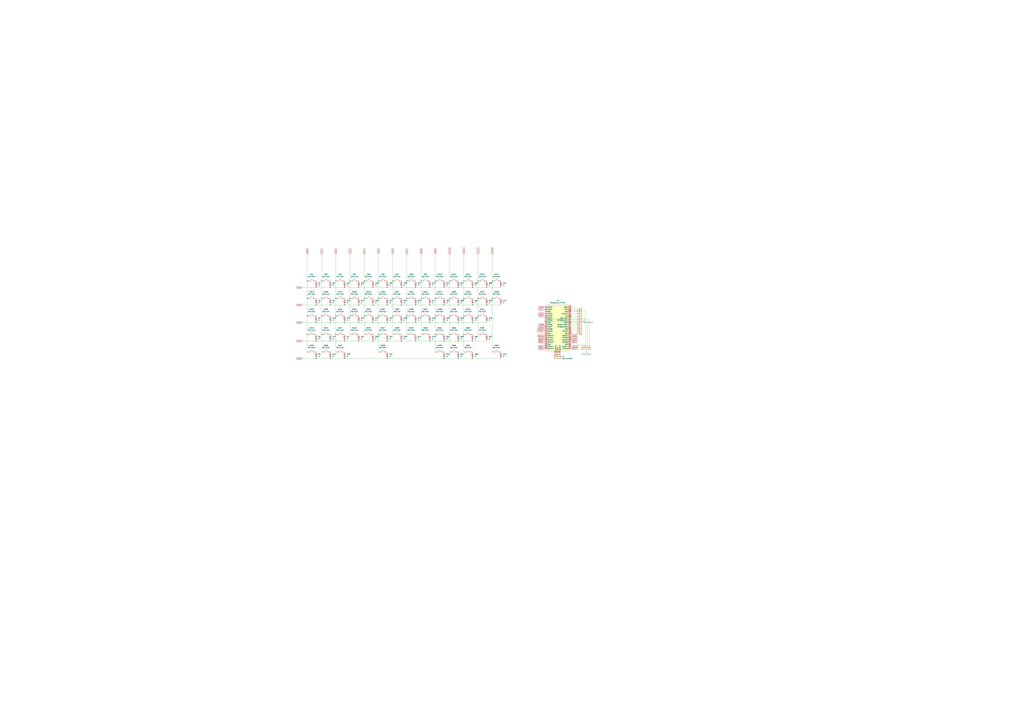
<source format=kicad_sch>
(kicad_sch (version 20250114) (generator "eeschema") (generator_version "9.0")
  (paper "A0")
  (junction (at 400.05 334.01))
  (junction (at 571.5 346.71))
  (junction (at 482.6 374.65))
  (junction (at 367.03 354.33))
  (junction (at 482.6 396.24))
  (junction (at 406.4 367.03))
  (junction (at 422.91 346.71))
  (junction (at 532.13 334.01))
  (junction (at 367.03 374.65))
  (junction (at 433.07 396.24))
  (junction (at 488.95 346.71))
  (junction (at 521.97 367.03))
  (junction (at 554.99 326.39))
  (junction (at 455.93 367.03))
  (junction (at 449.58 416.56))
  (junction (at 400.05 354.33))
  (junction (at 571.5 326.39))
  (junction (at 548.64 334.01))
  (junction (at 472.44 346.71))
  (junction (at 455.93 346.71))
  (junction (at 389.89 388.62))
  (junction (at 538.48 346.71))
  (junction (at 422.91 326.39))
  (junction (at 499.11 396.24))
  (junction (at 505.46 388.62))
  (junction (at 416.56 354.33))
  (junction (at 416.56 334.01))
  (junction (at 383.54 416.56))
  (junction (at 389.89 326.39))
  (junction (at 400.05 396.24))
  (junction (at 433.07 374.65))
  (junction (at 389.89 346.71))
  (junction (at 505.46 367.03))
  (junction (at 389.89 367.03))
  (junction (at 433.07 334.01))
  (junction (at 548.64 354.33))
  (junction (at 472.44 326.39))
  (junction (at 515.62 396.24))
  (junction (at 532.13 374.65))
  (junction (at 400.05 416.56))
  (junction (at 521.97 326.39))
  (junction (at 515.62 416.56))
  (junction (at 367.03 334.01))
  (junction (at 472.44 367.03))
  (junction (at 466.09 374.65))
  (junction (at 532.13 354.33))
  (junction (at 439.42 326.39))
  (junction (at 406.4 346.71))
  (junction (at 515.62 334.01))
  (junction (at 488.95 326.39))
  (junction (at 466.09 354.33))
  (junction (at 505.46 346.71))
  (junction (at 383.54 374.65))
  (junction (at 356.87 346.71))
  (junction (at 383.54 396.24))
  (junction (at 488.95 367.03))
  (junction (at 439.42 346.71))
  (junction (at 356.87 326.39))
  (junction (at 449.58 334.01))
  (junction (at 373.38 346.71))
  (junction (at 383.54 354.33))
  (junction (at 565.15 354.33))
  (junction (at 367.03 416.56))
  (junction (at 466.09 334.01))
  (junction (at 532.13 416.56))
  (junction (at 515.62 354.33))
  (junction (at 521.97 346.71))
  (junction (at 383.54 334.01))
  (junction (at 482.6 354.33))
  (junction (at 433.07 354.33))
  (junction (at 416.56 374.65))
  (junction (at 373.38 326.39))
  (junction (at 538.48 367.03))
  (junction (at 356.87 367.03))
  (junction (at 449.58 354.33))
  (junction (at 548.64 374.65))
  (junction (at 538.48 326.39))
  (junction (at 373.38 388.62))
  (junction (at 554.99 346.71))
  (junction (at 538.48 388.62))
  (junction (at 554.99 367.03))
  (junction (at 548.64 416.56))
  (junction (at 449.58 396.24))
  (junction (at 532.13 396.24))
  (junction (at 439.42 388.62))
  (junction (at 521.97 388.62))
  (junction (at 565.15 334.01))
  (junction (at 373.38 367.03))
  (junction (at 515.62 374.65))
  (junction (at 499.11 354.33))
  (junction (at 416.56 396.24))
  (junction (at 422.91 367.03))
  (junction (at 505.46 326.39))
  (junction (at 466.09 396.24))
  (junction (at 356.87 388.62))
  (junction (at 499.11 374.65))
  (junction (at 367.03 396.24))
  (junction (at 406.4 326.39))
  (junction (at 400.05 374.65))
  (junction (at 499.11 334.01))
  (junction (at 482.6 334.01))
  (junction (at 449.58 374.65))
  (junction (at 439.42 367.03))
  (junction (at 548.64 396.24))
  (junction (at 455.93 326.39))
  (wire (pts (xy 662.94 374.65) (xy 669.29 374.65)))
  (wire (pts (xy 422.91 367.03) (xy 422.91 388.62)))
  (wire (pts (xy 662.94 372.11) (xy 669.29 372.11)))
  (wire (pts (xy 515.62 396.24) (xy 532.13 396.24)))
  (wire (pts (xy 548.64 396.24) (xy 565.15 396.24)))
  (wire (pts (xy 433.07 354.33) (xy 449.58 354.33)))
  (wire (pts (xy 449.58 416.56) (xy 515.62 416.56)))
  (wire (pts (xy 356.87 326.39) (xy 356.87 346.71)))
  (wire (pts (xy 373.38 346.71) (xy 373.38 367.03)))
  (wire (pts (xy 439.42 295.91) (xy 439.42 326.39)))
  (wire (pts (xy 373.38 326.39) (xy 373.38 346.71)))
  (wire (pts (xy 466.09 354.33) (xy 482.6 354.33)))
  (wire (pts (xy 669.29 359.41) (xy 666.75 359.41)))
  (wire (pts (xy 662.94 387.35) (xy 669.29 387.35)))
  (wire (pts (xy 554.99 367.03) (xy 554.99 388.62)))
  (wire (pts (xy 383.54 354.33) (xy 400.05 354.33)))
  (wire (pts (xy 422.91 346.71) (xy 422.91 367.03)))
  (wire (pts (xy 422.91 295.91) (xy 422.91 326.39)))
  (wire (pts (xy 466.09 334.01) (xy 482.6 334.01)))
  (wire (pts (xy 521.97 388.62) (xy 521.97 408.94)))
  (wire (pts (xy 351.79 334.01) (xy 367.03 334.01)))
  (wire (pts (xy 416.56 396.24) (xy 433.07 396.24)))
  (wire (pts (xy 499.11 374.65) (xy 515.62 374.65)))
  (wire (pts (xy 662.94 379.73) (xy 669.29 379.73)))
  (wire (pts (xy 400.05 416.56) (xy 449.58 416.56)))
  (wire (pts (xy 482.6 334.01) (xy 499.11 334.01)))
  (wire (pts (xy 439.42 367.03) (xy 439.42 388.62)))
  (wire (pts (xy 664.21 360.68) (xy 679.45 360.68)))
  (wire (pts (xy 482.6 396.24) (xy 499.11 396.24)))
  (wire (pts (xy 532.13 334.01) (xy 548.64 334.01)))
  (wire (pts (xy 367.03 416.56) (xy 383.54 416.56)))
  (wire (pts (xy 632.46 370.84) (xy 632.46 369.57)))
  (wire (pts (xy 662.94 367.03) (xy 669.29 367.03)))
  (wire (pts (xy 662.94 364.49) (xy 669.29 364.49)))
  (wire (pts (xy 632.46 373.38) (xy 632.46 372.11)))
  (wire (pts (xy 389.89 326.39) (xy 389.89 346.71)))
  (wire (pts (xy 505.46 388.62) (xy 505.46 408.94)))
  (wire (pts (xy 548.64 354.33) (xy 565.15 354.33)))
  (wire (pts (xy 538.48 295.91) (xy 538.48 326.39)))
  (wire (pts (xy 532.13 396.24) (xy 548.64 396.24)))
  (wire (pts (xy 472.44 326.39) (xy 472.44 346.71)))
  (wire (pts (xy 466.09 374.65) (xy 482.6 374.65)))
  (wire (pts (xy 666.75 359.41) (xy 666.75 356.87)))
  (wire (pts (xy 684.53 370.84) (xy 632.46 370.84)))
  (wire (pts (xy 389.89 388.62) (xy 389.89 408.94)))
  (wire (pts (xy 482.6 374.65) (xy 499.11 374.65)))
  (wire (pts (xy 455.93 367.03) (xy 455.93 388.62)))
  (wire (pts (xy 389.89 367.03) (xy 389.89 388.62)))
  (wire (pts (xy 662.94 369.57) (xy 669.29 369.57)))
  (wire (pts (xy 505.46 326.39) (xy 505.46 346.71)))
  (wire (pts (xy 565.15 354.33) (xy 581.66 354.33)))
  (wire (pts (xy 521.97 346.71) (xy 521.97 367.03)))
  (wire (pts (xy 449.58 334.01) (xy 466.09 334.01)))
  (wire (pts (xy 681.99 373.38) (xy 632.46 373.38)))
  (wire (pts (xy 488.95 295.91) (xy 488.95 326.39)))
  (wire (pts (xy 571.5 295.91) (xy 571.5 326.39)))
  (wire (pts (xy 538.48 326.39) (xy 538.48 346.71)))
  (wire (pts (xy 521.97 295.91) (xy 521.97 326.39)))
  (wire (pts (xy 666.75 356.87) (xy 662.94 356.87)))
  (wire (pts (xy 538.48 346.71) (xy 538.48 367.03)))
  (wire (pts (xy 367.03 354.33) (xy 383.54 354.33)))
  (wire (pts (xy 416.56 354.33) (xy 433.07 354.33)))
  (wire (pts (xy 488.95 346.71) (xy 488.95 367.03)))
  (wire (pts (xy 515.62 374.65) (xy 532.13 374.65)))
  (wire (pts (xy 449.58 396.24) (xy 466.09 396.24)))
  (wire (pts (xy 505.46 346.71) (xy 505.46 367.03)))
  (wire (pts (xy 505.46 367.03) (xy 505.46 388.62)))
  (wire (pts (xy 488.95 367.03) (xy 488.95 388.62)))
  (wire (pts (xy 449.58 374.65) (xy 466.09 374.65)))
  (wire (pts (xy 439.42 388.62) (xy 439.42 408.94)))
  (wire (pts (xy 684.53 400.05) (xy 684.53 370.84)))
  (wire (pts (xy 548.64 374.65) (xy 565.15 374.65)))
  (wire (pts (xy 532.13 354.33) (xy 548.64 354.33)))
  (wire (pts (xy 356.87 388.62) (xy 356.87 408.94)))
  (wire (pts (xy 449.58 354.33) (xy 466.09 354.33)))
  (wire (pts (xy 416.56 374.65) (xy 433.07 374.65)))
  (wire (pts (xy 356.87 346.71) (xy 356.87 367.03)))
  (wire (pts (xy 389.89 295.91) (xy 389.89 326.39)))
  (wire (pts (xy 515.62 354.33) (xy 532.13 354.33)))
  (wire (pts (xy 351.79 354.33) (xy 367.03 354.33)))
  (wire (pts (xy 662.94 400.05) (xy 676.91 400.05)))
  (wire (pts (xy 548.64 416.56) (xy 581.66 416.56)))
  (wire (pts (xy 488.95 326.39) (xy 488.95 346.71)))
  (wire (pts (xy 472.44 295.91) (xy 472.44 326.39)))
  (wire (pts (xy 515.62 334.01) (xy 532.13 334.01)))
  (wire (pts (xy 532.13 374.65) (xy 548.64 374.65)))
  (wire (pts (xy 400.05 354.33) (xy 416.56 354.33)))
  (wire (pts (xy 400.05 396.24) (xy 416.56 396.24)))
  (wire (pts (xy 383.54 416.56) (xy 400.05 416.56)))
  (wire (pts (xy 455.93 346.71) (xy 455.93 367.03)))
  (wire (pts (xy 499.11 354.33) (xy 515.62 354.33)))
  (wire (pts (xy 515.62 416.56) (xy 532.13 416.56)))
  (wire (pts (xy 373.38 295.91) (xy 373.38 326.39)))
  (wire (pts (xy 422.91 326.39) (xy 422.91 346.71)))
  (wire (pts (xy 400.05 374.65) (xy 416.56 374.65)))
  (wire (pts (xy 548.64 334.01) (xy 565.15 334.01)))
  (wire (pts (xy 383.54 396.24) (xy 400.05 396.24)))
  (wire (pts (xy 499.11 396.24) (xy 515.62 396.24)))
  (wire (pts (xy 664.21 359.41) (xy 664.21 360.68)))
  (wire (pts (xy 383.54 374.65) (xy 400.05 374.65)))
  (wire (pts (xy 367.03 396.24) (xy 383.54 396.24)))
  (wire (pts (xy 554.99 326.39) (xy 554.99 346.71)))
  (wire (pts (xy 521.97 367.03) (xy 521.97 388.62)))
  (wire (pts (xy 571.5 326.39) (xy 571.5 346.71)))
  (wire (pts (xy 367.03 334.01) (xy 383.54 334.01)))
  (wire (pts (xy 662.94 384.81) (xy 669.29 384.81)))
  (wire (pts (xy 554.99 346.71) (xy 554.99 367.03)))
  (wire (pts (xy 433.07 334.01) (xy 449.58 334.01)))
  (wire (pts (xy 356.87 295.91) (xy 356.87 326.39)))
  (wire (pts (xy 571.5 346.71) (xy 571.5 408.94)))
  (wire (pts (xy 662.94 377.19) (xy 669.29 377.19)))
  (wire (pts (xy 538.48 388.62) (xy 538.48 408.94)))
  (wire (pts (xy 356.87 367.03) (xy 356.87 388.62)))
  (wire (pts (xy 662.94 361.95) (xy 669.29 361.95)))
  (wire (pts (xy 373.38 388.62) (xy 373.38 408.94)))
  (wire (pts (xy 455.93 326.39) (xy 455.93 346.71)))
  (wire (pts (xy 433.07 396.24) (xy 449.58 396.24)))
  (wire (pts (xy 351.79 396.24) (xy 367.03 396.24)))
  (wire (pts (xy 681.99 373.38) (xy 681.99 400.05)))
  (wire (pts (xy 406.4 326.39) (xy 406.4 346.71)))
  (wire (pts (xy 406.4 367.03) (xy 406.4 388.62)))
  (wire (pts (xy 416.56 334.01) (xy 433.07 334.01)))
  (wire (pts (xy 662.94 359.41) (xy 664.21 359.41)))
  (wire (pts (xy 505.46 295.91) (xy 505.46 326.39)))
  (wire (pts (xy 455.93 295.91) (xy 455.93 326.39)))
  (wire (pts (xy 532.13 416.56) (xy 548.64 416.56)))
  (wire (pts (xy 679.45 360.68) (xy 679.45 400.05)))
  (wire (pts (xy 521.97 326.39) (xy 521.97 346.71)))
  (wire (pts (xy 482.6 354.33) (xy 499.11 354.33)))
  (wire (pts (xy 373.38 367.03) (xy 373.38 388.62)))
  (wire (pts (xy 406.4 346.71) (xy 406.4 367.03)))
  (wire (pts (xy 433.07 374.65) (xy 449.58 374.65)))
  (wire (pts (xy 439.42 346.71) (xy 439.42 367.03)))
  (wire (pts (xy 367.03 374.65) (xy 383.54 374.65)))
  (wire (pts (xy 406.4 295.91) (xy 406.4 326.39)))
  (wire (pts (xy 466.09 396.24) (xy 482.6 396.24)))
  (wire (pts (xy 538.48 367.03) (xy 538.48 388.62)))
  (wire (pts (xy 554.99 295.91) (xy 554.99 326.39)))
  (wire (pts (xy 383.54 334.01) (xy 400.05 334.01)))
  (wire (pts (xy 472.44 367.03) (xy 472.44 388.62)))
  (wire (pts (xy 472.44 346.71) (xy 472.44 367.03)))
  (wire (pts (xy 662.94 382.27) (xy 669.29 382.27)))
  (wire (pts (xy 400.05 334.01) (xy 416.56 334.01)))
  (wire (pts (xy 499.11 334.01) (xy 515.62 334.01)))
  (wire (pts (xy 389.89 346.71) (xy 389.89 367.03)))
  (wire (pts (xy 439.42 326.39) (xy 439.42 346.71)))
  (wire (pts (xy 351.79 374.65) (xy 367.03 374.65)))
  (wire (pts (xy 565.15 334.01) (xy 581.66 334.01)))
  (wire (pts (xy 351.79 416.56) (xy 367.03 416.56)))
  (global_label "COL4" (shape input) (at 632.46 367.03 180) (property "Intersheetrefs" "${INTERSHEET_REFS}" (effects (hide yes))))
  (global_label "ROW3" (shape input) (at 662.94 405.13 0) (property "Intersheetrefs" "${INTERSHEET_REFS}" (effects (hide yes))))
  (global_label "COL2" (shape input) (at 662.94 394.97 0) (property "Intersheetrefs" "${INTERSHEET_REFS}" (effects (hide yes))))
  (global_label "COL2" (shape input) (at 389.89 295.91 90) (property "Intersheetrefs" "${INTERSHEET_REFS}" (effects (hide yes))))
  (global_label "ROW0" (shape input) (at 632.46 392.43 180) (property "Intersheetrefs" "${INTERSHEET_REFS}" (effects (hide yes))))
  (global_label "COL8" (shape input) (at 488.95 295.91 90) (property "Intersheetrefs" "${INTERSHEET_REFS}" (effects (hide yes))))
  (global_label "COL7" (shape input) (at 662.94 397.51 0) (property "Intersheetrefs" "${INTERSHEET_REFS}" (effects (hide yes))))
  (global_label "ROW2" (shape input) (at 632.46 397.51 180) (property "Intersheetrefs" "${INTERSHEET_REFS}" (effects (hide yes))))
  (global_label "COL5" (shape input) (at 662.94 389.89 0) (property "Intersheetrefs" "${INTERSHEET_REFS}" (effects (hide yes))))
  (global_label "COL6" (shape input) (at 662.94 392.43 0) (property "Intersheetrefs" "${INTERSHEET_REFS}" (effects (hide yes))))
  (global_label "COL13" (shape input) (at 571.5 295.91 90) (property "Intersheetrefs" "${INTERSHEET_REFS}" (effects (hide yes))))
  (global_label "COL8" (shape input) (at 632.46 377.19 180) (property "Intersheetrefs" "${INTERSHEET_REFS}" (effects (hide yes))))
  (global_label "COL5" (shape input) (at 439.42 295.91 90) (property "Intersheetrefs" "${INTERSHEET_REFS}" (effects (hide yes))))
  (global_label "ROW4" (shape input) (at 351.79 396.24 180) (property "Intersheetrefs" "${INTERSHEET_REFS}" (effects (hide yes))))
  (global_label "COL9" (shape input) (at 632.46 379.73 180) (property "Intersheetrefs" "${INTERSHEET_REFS}" (effects (hide yes))))
  (global_label "COL0" (shape input) (at 356.87 295.91 90) (property "Intersheetrefs" "${INTERSHEET_REFS}" (effects (hide yes))))
  (global_label "COL11" (shape input) (at 538.48 295.91 90) (property "Intersheetrefs" "${INTERSHEET_REFS}" (effects (hide yes))))
  (global_label "COL13" (shape input) (at 632.46 389.89 180) (property "Intersheetrefs" "${INTERSHEET_REFS}" (effects (hide yes))))
  (global_label "ROW4" (shape input) (at 632.46 402.59 180) (property "Intersheetrefs" "${INTERSHEET_REFS}" (effects (hide yes))))
  (global_label "COL11" (shape input) (at 632.46 384.81 180) (property "Intersheetrefs" "${INTERSHEET_REFS}" (effects (hide yes))))
  (global_label "COL9" (shape input) (at 505.46 295.91 90) (property "Intersheetrefs" "${INTERSHEET_REFS}" (effects (hide yes))))
  (global_label "ROW5" (shape input) (at 632.46 405.13 180) (property "Intersheetrefs" "${INTERSHEET_REFS}" (effects (hide yes))))
  (global_label "COL12" (shape input) (at 554.99 295.91 90) (property "Intersheetrefs" "${INTERSHEET_REFS}" (effects (hide yes))))
  (global_label "ROW3" (shape input) (at 351.79 374.65 180) (property "Intersheetrefs" "${INTERSHEET_REFS}" (effects (hide yes))))
  (global_label "COL10" (shape input) (at 632.46 382.27 180) (property "Intersheetrefs" "${INTERSHEET_REFS}" (effects (hide yes))))
  (global_label "COL10" (shape input) (at 521.97 295.91 90) (property "Intersheetrefs" "${INTERSHEET_REFS}" (effects (hide yes))))
  (global_label "COL7" (shape input) (at 472.44 295.91 90) (property "Intersheetrefs" "${INTERSHEET_REFS}" (effects (hide yes))))
  (global_label "ROW2" (shape input) (at 351.79 354.33 180) (property "Intersheetrefs" "${INTERSHEET_REFS}" (effects (hide yes))))
  (global_label "ROW1" (shape input) (at 632.46 394.97 180) (property "Intersheetrefs" "${INTERSHEET_REFS}" (effects (hide yes))))
  (global_label "COL3" (shape input) (at 406.4 295.91 90) (property "Intersheetrefs" "${INTERSHEET_REFS}" (effects (hide yes))))
  (global_label "ROW5" (shape input) (at 351.79 416.56 180) (property "Intersheetrefs" "${INTERSHEET_REFS}" (effects (hide yes))))
  (global_label "COL1" (shape input) (at 632.46 359.41 180) (property "Intersheetrefs" "${INTERSHEET_REFS}" (effects (hide yes))))
  (global_label "COL0" (shape input) (at 632.46 356.87 180) (property "Intersheetrefs" "${INTERSHEET_REFS}" (effects (hide yes))))
  (global_label "COL6" (shape input) (at 455.93 295.91 90) (property "Intersheetrefs" "${INTERSHEET_REFS}" (effects (hide yes))))
  (global_label "COL1" (shape input) (at 373.38 295.91 90) (property "Intersheetrefs" "${INTERSHEET_REFS}" (effects (hide yes))))
  (global_label "COL3" (shape input) (at 632.46 364.49 180) (property "Intersheetrefs" "${INTERSHEET_REFS}" (effects (hide yes))))
  (global_label "ROW1" (shape input) (at 351.79 334.01 180) (property "Intersheetrefs" "${INTERSHEET_REFS}" (effects (hide yes))))
  (global_label "COL4" (shape input) (at 422.91 295.91 90) (property "Intersheetrefs" "${INTERSHEET_REFS}" (effects (hide yes))))
  (global_label "COL12" (shape input) (at 662.94 402.59 0) (property "Intersheetrefs" "${INTERSHEET_REFS}" (effects (hide yes))))
  (symbol (lib_id "Device:D") (at 515.62 350.52 90) (unit 1)
    (property "Reference" "D52" (at 518.16 349.2499 90) (effects (justify right)))
    (property "Value" "D" (at 518.16 351.7899 90) (effects (justify right)))
    (property "Footprint" "Diode_THT:D_DO-41_SOD81_P12.70mm_Horizontal" (effects (hide yes)))
    (property "Description" "Diode" (effects (hide yes)))
    (property "Sim.Device" "D" (effects (hide yes)))
    (property "Sim.Pins" "1=K 2=A" (effects (hide yes)))
  )
  (symbol (lib_id "Device:D") (at 482.6 392.43 90) (unit 1)
    (property "Reference" "D44" (at 485.14 391.1599 90) (effects (justify right)))
    (property "Value" "D" (at 485.14 393.6999 90) (effects (justify right)))
    (property "Footprint" "Diode_THT:D_DO-41_SOD81_P12.70mm_Horizontal" (effects (hide yes)))
    (property "Description" "Diode" (effects (hide yes)))
    (property "Sim.Device" "D" (effects (hide yes)))
    (property "Sim.Pins" "1=K 2=A" (effects (hide yes)))
  )
  (symbol (lib_id "Device:D") (at 565.15 330.2 90) (unit 1)
    (property "Reference" "D68" (at 567.69 328.9299 90) (effects (justify right)))
    (property "Value" "D" (at 567.69 331.4699 90) (effects (justify right)))
    (property "Footprint" "Diode_THT:D_DO-41_SOD81_P12.70mm_Horizontal" (effects (hide yes)))
    (property "Description" "Diode" (effects (hide yes)))
    (property "Sim.Device" "D" (effects (hide yes)))
    (property "Sim.Pins" "1=K 2=A" (effects (hide yes)))
  )
  (symbol (lib_id "Device:D") (at 532.13 392.43 90) (unit 1)
    (property "Reference" "D60" (at 534.67 391.1599 90) (effects (justify right)))
    (property "Value" "D" (at 534.67 393.6999 90) (effects (justify right)))
    (property "Footprint" "Diode_THT:D_DO-41_SOD81_P12.70mm_Horizontal" (effects (hide yes)))
    (property "Description" "Diode" (effects (hide yes)))
    (property "Sim.Device" "D" (effects (hide yes)))
    (property "Sim.Pins" "1=K 2=A" (effects (hide yes)))
  )
  (symbol (lib_id "Device:D") (at 548.64 370.84 90) (unit 1)
    (property "Reference" "D65" (at 551.18 369.5699 90) (effects (justify right)))
    (property "Value" "D" (at 551.18 372.1099 90) (effects (justify right)))
    (property "Footprint" "Diode_THT:D_DO-41_SOD81_P12.70mm_Horizontal" (effects (hide yes)))
    (property "Description" "Diode" (effects (hide yes)))
    (property "Sim.Device" "D" (effects (hide yes)))
    (property "Sim.Pins" "1=K 2=A" (effects (hide yes)))
  )
  (symbol (lib_id "Device:D") (at 400.05 412.75 90) (unit 1)
    (property "Reference" "D18" (at 402.59 411.4799 90) (effects (justify right)))
    (property "Value" "D" (at 402.59 414.0199 90) (effects (justify right)))
    (property "Footprint" "Diode_THT:D_DO-41_SOD81_P12.70mm_Horizontal" (effects (hide yes)))
    (property "Description" "Diode" (effects (hide yes)))
    (property "Sim.Device" "D" (effects (hide yes)))
    (property "Sim.Pins" "1=K 2=A" (effects (hide yes)))
  )
  (symbol (lib_id "Switch:SW_Push") (at 510.54 346.71 0) (unit 1)
    (property "Reference" "SW24" (at 510.54 339.09 0))
    (property "Value" "SW_Push" (at 510.54 341.63 0))
    (property "Footprint" "ScottoKeebs_MX:MX_PCB_1.00u" (effects (hide yes)))
    (property "Description" "Push button switch, generic, two pins" (effects (hide yes)))
  )
  (symbol (lib_id "Switch:SW_Push") (at 411.48 326.39 0) (unit 1)
    (property "Reference" "SW4" (at 411.48 318.77 0))
    (property "Value" "SW_Push" (at 411.48 321.31 0))
    (property "Footprint" "ScottoKeebs_MX:MX_PCB_1.00u" (effects (hide yes)))
    (property "Description" "Push button switch, generic, two pins" (effects (hide yes)))
  )
  (symbol (lib_id "Device:D") (at 532.13 370.84 90) (unit 1)
    (property "Reference" "D59" (at 534.67 369.5699 90) (effects (justify right)))
    (property "Value" "D" (at 534.67 372.1099 90) (effects (justify right)))
    (property "Footprint" "Diode_THT:D_DO-41_SOD81_P12.70mm_Horizontal" (effects (hide yes)))
    (property "Description" "Diode" (effects (hide yes)))
    (property "Sim.Device" "D" (effects (hide yes)))
    (property "Sim.Pins" "1=K 2=A" (effects (hide yes)))
  )
  (symbol (lib_id "Connector_Generic:Conn_01x04") (at 681.99 405.13 270) (unit 1)
    (property "Reference" "J3" (at 680.72 408.94 90))
    (property "Value" "Conn_01x04" (at 680.72 411.48 90))
    (property "Footprint" "Connector_PinHeader_2.54mm:PinHeader_1x04_P2.54mm_Vertical" (effects (hide yes)))
    (property "Description" "Generic connector, single row, 01x04, script generated (kicad-library-utils/schlib/autogen/connector/)" (effects (hide yes)))
  )
  (symbol (lib_id "Device:D") (at 466.09 370.84 90) (unit 1)
    (property "Reference" "D38" (at 468.63 369.5699 90) (effects (justify right)))
    (property "Value" "D" (at 468.63 372.1099 90) (effects (justify right)))
    (property "Footprint" "Diode_THT:D_DO-41_SOD81_P12.70mm_Horizontal" (effects (hide yes)))
    (property "Description" "Diode" (effects (hide yes)))
    (property "Sim.Device" "D" (effects (hide yes)))
    (property "Sim.Pins" "1=K 2=A" (effects (hide yes)))
  )
  (symbol (lib_id "Switch:SW_Push") (at 494.03 388.62 0) (unit 1)
    (property "Reference" "SW50" (at 494.03 381 0))
    (property "Value" "SW_Push" (at 494.03 383.54 0))
    (property "Footprint" "ScottoKeebs_MX:MX_PCB_1.00u" (effects (hide yes)))
    (property "Description" "Push button switch, generic, two pins" (effects (hide yes)))
  )
  (symbol (lib_id "Device:D") (at 482.6 370.84 90) (unit 1)
    (property "Reference" "D43" (at 485.14 369.5699 90) (effects (justify right)))
    (property "Value" "D" (at 485.14 372.1099 90) (effects (justify right)))
    (property "Footprint" "Diode_THT:D_DO-41_SOD81_P12.70mm_Horizontal" (effects (hide yes)))
    (property "Description" "Diode" (effects (hide yes)))
    (property "Sim.Device" "D" (effects (hide yes)))
    (property "Sim.Pins" "1=K 2=A" (effects (hide yes)))
  )
  (symbol (lib_id "Device:D") (at 449.58 330.2 90) (unit 1)
    (property "Reference" "D30" (at 452.12 328.9299 90) (effects (justify right)))
    (property "Value" "D" (at 452.12 331.4699 90) (effects (justify right)))
    (property "Footprint" "Diode_THT:D_DO-41_SOD81_P12.70mm_Horizontal" (effects (hide yes)))
    (property "Description" "Diode" (effects (hide yes)))
    (property "Sim.Device" "D" (effects (hide yes)))
    (property "Sim.Pins" "1=K 2=A" (effects (hide yes)))
  )
  (symbol (lib_id "Device:D") (at 466.09 330.2 90) (unit 1)
    (property "Reference" "D36" (at 468.63 328.9299 90) (effects (justify right)))
    (property "Value" "D" (at 468.63 331.4699 90) (effects (justify right)))
    (property "Footprint" "Diode_THT:D_DO-41_SOD81_P12.70mm_Horizontal" (effects (hide yes)))
    (property "Description" "Diode" (effects (hide yes)))
    (property "Sim.Device" "D" (effects (hide yes)))
    (property "Sim.Pins" "1=K 2=A" (effects (hide yes)))
  )
  (symbol (lib_id "Switch:SW_Push") (at 427.99 388.62 0) (unit 1)
    (property "Reference" "SW46" (at 427.99 381 0))
    (property "Value" "SW_Push" (at 427.99 383.54 0))
    (property "Footprint" "ScottoKeebs_MX:MX_PCB_1.00u" (effects (hide yes)))
    (property "Description" "Push button switch, generic, two pins" (effects (hide yes)))
  )
  (symbol (lib_id "Switch:SW_Push") (at 378.46 408.94 0) (unit 1)
    (property "Reference" "SW56" (at 378.46 401.32 0))
    (property "Value" "SW_Push" (at 378.46 403.86 0))
    (property "Footprint" "ScottoKeebs_MX:MX_PCB_1.00u" (effects (hide yes)))
    (property "Description" "Push button switch, generic, two pins" (effects (hide yes)))
  )
  (symbol (lib_id "Switch:SW_Push") (at 560.07 388.62 0) (unit 1)
    (property "Reference" "SW54" (at 560.07 381 0))
    (property "Value" "SW_Push" (at 560.07 383.54 0))
    (property "Footprint" "ScottoKeebs_MX:MX_PCB_1.00u" (effects (hide yes)))
    (property "Description" "Push button switch, generic, two pins" (effects (hide yes)))
  )
  (symbol (lib_id "Device:D") (at 466.09 350.52 90) (unit 1)
    (property "Reference" "D37" (at 468.63 349.2499 90) (effects (justify right)))
    (property "Value" "D" (at 468.63 351.7899 90) (effects (justify right)))
    (property "Footprint" "Diode_THT:D_DO-41_SOD81_P12.70mm_Horizontal" (effects (hide yes)))
    (property "Description" "Diode" (effects (hide yes)))
    (property "Sim.Device" "D" (effects (hide yes)))
    (property "Sim.Pins" "1=K 2=A" (effects (hide yes)))
  )
  (symbol (lib_id "Switch:SW_Push") (at 361.95 408.94 0) (unit 1)
    (property "Reference" "SW55" (at 361.95 401.32 0))
    (property "Value" "SW_Push" (at 361.95 403.86 0))
    (property "Footprint" "ScottoKeebs_MX:MX_PCB_1.00u" (effects (hide yes)))
    (property "Description" "Push button switch, generic, two pins" (effects (hide yes)))
  )
  (symbol (lib_id "Switch:SW_Push") (at 444.5 408.94 0) (unit 1)
    (property "Reference" "SW58" (at 444.5 401.32 0))
    (property "Value" "SW_Push" (at 444.5 403.86 0))
    (property "Footprint" "ScottoKeebs_MX:MX_PCB_1.00u" (effects (hide yes)))
    (property "Description" "Push button switch, generic, two pins" (effects (hide yes)))
  )
  (symbol (lib_id "Switch:SW_Push") (at 361.95 326.39 0) (unit 1)
    (property "Reference" "SW1" (at 361.95 318.77 0))
    (property "Value" "SW_Push" (at 361.95 321.31 0))
    (property "Footprint" "ScottoKeebs_MX:MX_PCB_1.00u" (effects (hide yes)))
    (property "Description" "Push button switch, generic, two pins" (effects (hide yes)))
  )
  (symbol (lib_id "Device:D") (at 400.05 350.52 90) (unit 1)
    (property "Reference" "D15" (at 402.59 349.2499 90) (effects (justify right)))
    (property "Value" "D" (at 402.59 351.7899 90) (effects (justify right)))
    (property "Footprint" "Diode_THT:D_DO-41_SOD81_P12.70mm_Horizontal" (effects (hide yes)))
    (property "Description" "Diode" (effects (hide yes)))
    (property "Sim.Device" "D" (effects (hide yes)))
    (property "Sim.Pins" "1=K 2=A" (effects (hide yes)))
  )
  (symbol (lib_id "Device:D") (at 433.07 370.84 90) (unit 1)
    (property "Reference" "D27" (at 435.61 369.5699 90) (effects (justify right)))
    (property "Value" "D" (at 435.61 372.1099 90) (effects (justify right)))
    (property "Footprint" "Diode_THT:D_DO-41_SOD81_P12.70mm_Horizontal" (effects (hide yes)))
    (property "Description" "Diode" (effects (hide yes)))
    (property "Sim.Device" "D" (effects (hide yes)))
    (property "Sim.Pins" "1=K 2=A" (effects (hide yes)))
  )
  (symbol (lib_id "Switch:SW_Push") (at 560.07 326.39 0) (unit 1)
    (property "Reference" "SW13" (at 560.07 318.77 0))
    (property "Value" "SW_Push" (at 560.07 321.31 0))
    (property "Footprint" "ScottoKeebs_MX:MX_PCB_1.00u" (effects (hide yes)))
    (property "Description" "Push button switch, generic, two pins" (effects (hide yes)))
  )
  (symbol (lib_id "Device:D") (at 532.13 350.52 90) (unit 1)
    (property "Reference" "D58" (at 534.67 349.2499 90) (effects (justify right)))
    (property "Value" "D" (at 534.67 351.7899 90) (effects (justify right)))
    (property "Footprint" "Diode_THT:D_DO-41_SOD81_P12.70mm_Horizontal" (effects (hide yes)))
    (property "Description" "Diode" (effects (hide yes)))
    (property "Sim.Device" "D" (effects (hide yes)))
    (property "Sim.Pins" "1=K 2=A" (effects (hide yes)))
  )
  (symbol (lib_id "Device:D") (at 367.03 370.84 90) (unit 1)
    (property "Reference" "D4" (at 369.57 369.5699 90) (effects (justify right)))
    (property "Value" "D" (at 369.57 372.1099 90) (effects (justify right)))
    (property "Footprint" "Diode_THT:D_DO-41_SOD81_P12.70mm_Horizontal" (effects (hide yes)))
    (property "Description" "Diode" (effects (hide yes)))
    (property "Sim.Device" "D" (effects (hide yes)))
    (property "Sim.Pins" "1=K 2=A" (effects (hide yes)))
  )
  (symbol (lib_id "Switch:SW_Push") (at 560.07 367.03 0) (unit 1)
    (property "Reference" "SW41" (at 560.07 359.41 0))
    (property "Value" "SW_Push" (at 560.07 361.95 0))
    (property "Footprint" "ScottoKeebs_MX:MX_PCB_1.00u" (effects (hide yes)))
    (property "Description" "Push button switch, generic, two pins" (effects (hide yes)))
  )
  (symbol (lib_id "Switch:SW_Push") (at 394.97 346.71 0) (unit 1)
    (property "Reference" "SW17" (at 394.97 339.09 0))
    (property "Value" "SW_Push" (at 394.97 341.63 0))
    (property "Footprint" "ScottoKeebs_MX:MX_PCB_1.00u" (effects (hide yes)))
    (property "Description" "Push button switch, generic, two pins" (effects (hide yes)))
  )
  (symbol (lib_id "Switch:SW_Push") (at 461.01 388.62 0) (unit 1)
    (property "Reference" "SW48" (at 461.01 381 0))
    (property "Value" "SW_Push" (at 461.01 383.54 0))
    (property "Footprint" "ScottoKeebs_MX:MX_PCB_1.00u" (effects (hide yes)))
    (property "Description" "Push button switch, generic, two pins" (effects (hide yes)))
  )
  (symbol (lib_id "Switch:SW_Push") (at 527.05 346.71 0) (unit 1)
    (property "Reference" "SW25" (at 527.05 339.09 0))
    (property "Value" "SW_Push" (at 527.05 341.63 0))
    (property "Footprint" "ScottoKeebs_MX:MX_PCB_1.00u" (effects (hide yes)))
    (property "Description" "Push button switch, generic, two pins" (effects (hide yes)))
  )
  (symbol (lib_id "Device:D") (at 565.15 350.52 90) (unit 1)
    (property "Reference" "D69" (at 567.69 349.2499 90) (effects (justify right)))
    (property "Value" "D" (at 567.69 351.7899 90) (effects (justify right)))
    (property "Footprint" "Diode_THT:D_DO-41_SOD81_P12.70mm_Horizontal" (effects (hide yes)))
    (property "Description" "Diode" (effects (hide yes)))
    (property "Sim.Device" "D" (effects (hide yes)))
    (property "Sim.Pins" "1=K 2=A" (effects (hide yes)))
  )
  (symbol (lib_id "Device:D") (at 515.62 370.84 90) (unit 1)
    (property "Reference" "D53" (at 518.16 369.5699 90) (effects (justify right)))
    (property "Value" "D" (at 518.16 372.1099 90) (effects (justify right)))
    (property "Footprint" "Diode_THT:D_DO-41_SOD81_P12.70mm_Horizontal" (effects (hide yes)))
    (property "Description" "Diode" (effects (hide yes)))
    (property "Sim.Device" "D" (effects (hide yes)))
    (property "Sim.Pins" "1=K 2=A" (effects (hide yes)))
  )
  (symbol (lib_id "Device:D") (at 416.56 350.52 90) (unit 1)
    (property "Reference" "D21" (at 419.1 349.2499 90) (effects (justify right)))
    (property "Value" "D" (at 419.1 351.7899 90) (effects (justify right)))
    (property "Footprint" "Diode_THT:D_DO-41_SOD81_P12.70mm_Horizontal" (effects (hide yes)))
    (property "Description" "Diode" (effects (hide yes)))
    (property "Sim.Device" "D" (effects (hide yes)))
    (property "Sim.Pins" "1=K 2=A" (effects (hide yes)))
  )
  (symbol (lib_id "Switch:SW_Push") (at 427.99 367.03 0) (unit 1)
    (property "Reference" "SW33" (at 427.99 359.41 0))
    (property "Value" "SW_Push" (at 427.99 361.95 0))
    (property "Footprint" "ScottoKeebs_MX:MX_PCB_1.00u" (effects (hide yes)))
    (property "Description" "Push button switch, generic, two pins" (effects (hide yes)))
  )
  (symbol (lib_id "Switch:SW_Push") (at 361.95 388.62 0) (unit 1)
    (property "Reference" "SW42" (at 361.95 381 0))
    (property "Value" "SW_Push" (at 361.95 383.54 0))
    (property "Footprint" "ScottoKeebs_MX:MX_PCB_1.00u" (effects (hide yes)))
    (property "Description" "Push button switch, generic, two pins" (effects (hide yes)))
  )
  (symbol (lib_id "Switch:SW_Push") (at 361.95 346.71 0) (unit 1)
    (property "Reference" "SW15" (at 361.95 339.09 0))
    (property "Value" "SW_Push" (at 361.95 341.63 0))
    (property "Footprint" "ScottoKeebs_MX:MX_PCB_1.00u" (effects (hide yes)))
    (property "Description" "Push button switch, generic, two pins" (effects (hide yes)))
  )
  (symbol (lib_id "Device:D") (at 548.64 412.75 90) (unit 1)
    (property "Reference" "D66" (at 551.18 411.4799 90) (effects (justify right)))
    (property "Value" "D" (at 551.18 414.0199 90) (effects (justify right)))
    (property "Footprint" "Diode_THT:D_DO-41_SOD81_P12.70mm_Horizontal" (effects (hide yes)))
    (property "Description" "Diode" (effects (hide yes)))
    (property "Sim.Device" "D" (effects (hide yes)))
    (property "Sim.Pins" "1=K 2=A" (effects (hide yes)))
  )
  (symbol (lib_id "Device:D") (at 367.03 392.43 90) (unit 1)
    (property "Reference" "D5" (at 369.57 391.1599 90) (effects (justify right)))
    (property "Value" "D" (at 369.57 393.6999 90) (effects (justify right)))
    (property "Footprint" "Diode_THT:D_DO-41_SOD81_P12.70mm_Horizontal" (effects (hide yes)))
    (property "Description" "Diode" (effects (hide yes)))
    (property "Sim.Device" "D" (effects (hide yes)))
    (property "Sim.Pins" "1=K 2=A" (effects (hide yes)))
  )
  (symbol (lib_id "Switch:SW_Push") (at 444.5 367.03 0) (unit 1)
    (property "Reference" "SW34" (at 444.5 359.41 0))
    (property "Value" "SW_Push" (at 444.5 361.95 0))
    (property "Footprint" "ScottoKeebs_MX:MX_PCB_1.00u" (effects (hide yes)))
    (property "Description" "Push button switch, generic, two pins" (effects (hide yes)))
  )
  (symbol (lib_id "Device:D") (at 515.62 412.75 90) (unit 1)
    (property "Reference" "D55" (at 518.16 411.4799 90) (effects (justify right)))
    (property "Value" "D" (at 518.16 414.0199 90) (effects (justify right)))
    (property "Footprint" "Diode_THT:D_DO-41_SOD81_P12.70mm_Horizontal" (effects (hide yes)))
    (property "Description" "Diode" (effects (hide yes)))
    (property "Sim.Device" "D" (effects (hide yes)))
    (property "Sim.Pins" "1=K 2=A" (effects (hide yes)))
  )
  (symbol (lib_id "Device:D") (at 499.11 350.52 90) (unit 1)
    (property "Reference" "D47" (at 501.65 349.2499 90) (effects (justify right)))
    (property "Value" "D" (at 501.65 351.7899 90) (effects (justify right)))
    (property "Footprint" "Diode_THT:D_DO-41_SOD81_P12.70mm_Horizontal" (effects (hide yes)))
    (property "Description" "Diode" (effects (hide yes)))
    (property "Sim.Device" "D" (effects (hide yes)))
    (property "Sim.Pins" "1=K 2=A" (effects (hide yes)))
  )
  (symbol (lib_id "Switch:SW_Push") (at 543.56 326.39 0) (unit 1)
    (property "Reference" "SW12" (at 543.56 318.77 0))
    (property "Value" "SW_Push" (at 543.56 321.31 0))
    (property "Footprint" "ScottoKeebs_MX:MX_PCB_1.00u" (effects (hide yes)))
    (property "Description" "Push button switch, generic, two pins" (effects (hide yes)))
  )
  (symbol (lib_id "Switch:SW_Push") (at 576.58 346.71 0) (unit 1)
    (property "Reference" "SW28" (at 576.58 339.09 0))
    (property "Value" "SW_Push" (at 576.58 341.63 0))
    (property "Footprint" "ScottoKeebs_MX:MX_PCB_1.00u" (effects (hide yes)))
    (property "Description" "Push button switch, generic, two pins" (effects (hide yes)))
  )
  (symbol (lib_id "Device:D") (at 383.54 330.2 90) (unit 1)
    (property "Reference" "D8" (at 386.08 328.9299 90) (effects (justify right)))
    (property "Value" "D" (at 386.08 331.4699 90) (effects (justify right)))
    (property "Footprint" "Diode_THT:D_DO-41_SOD81_P12.70mm_Horizontal" (effects (hide yes)))
    (property "Description" "Diode" (effects (hide yes)))
    (property "Sim.Device" "D" (effects (hide yes)))
    (property "Sim.Pins" "1=K 2=A" (effects (hide yes)))
  )
  (symbol (lib_id "Switch:SW_Push") (at 477.52 346.71 0) (unit 1)
    (property "Reference" "SW22" (at 477.52 339.09 0))
    (property "Value" "SW_Push" (at 477.52 341.63 0))
    (property "Footprint" "ScottoKeebs_MX:MX_PCB_1.00u" (effects (hide yes)))
    (property "Description" "Push button switch, generic, two pins" (effects (hide yes)))
  )
  (symbol (lib_id "Device:D") (at 383.54 370.84 90) (unit 1)
    (property "Reference" "D10" (at 386.08 369.5699 90) (effects (justify right)))
    (property "Value" "D" (at 386.08 372.1099 90) (effects (justify right)))
    (property "Footprint" "Diode_THT:D_DO-41_SOD81_P12.70mm_Horizontal" (effects (hide yes)))
    (property "Description" "Diode" (effects (hide yes)))
    (property "Sim.Device" "D" (effects (hide yes)))
    (property "Sim.Pins" "1=K 2=A" (effects (hide yes)))
  )
  (symbol (lib_id "Switch:SW_Push") (at 361.95 367.03 0) (unit 1)
    (property "Reference" "SW29" (at 361.95 359.41 0))
    (property "Value" "SW_Push" (at 361.95 361.95 0))
    (property "Footprint" "ScottoKeebs_MX:MX_PCB_1.00u" (effects (hide yes)))
    (property "Description" "Push button switch, generic, two pins" (effects (hide yes)))
  )
  (symbol (lib_id "Switch:SW_Push") (at 378.46 388.62 0) (unit 1)
    (property "Reference" "SW43" (at 378.46 381 0))
    (property "Value" "SW_Push" (at 378.46 383.54 0))
    (property "Footprint" "ScottoKeebs_MX:MX_PCB_1.00u" (effects (hide yes)))
    (property "Description" "Push button switch, generic, two pins" (effects (hide yes)))
  )
  (symbol (lib_id "Device:D") (at 400.05 330.2 90) (unit 1)
    (property "Reference" "D14" (at 402.59 328.9299 90) (effects (justify right)))
    (property "Value" "D" (at 402.59 331.4699 90) (effects (justify right)))
    (property "Footprint" "Diode_THT:D_DO-41_SOD81_P12.70mm_Horizontal" (effects (hide yes)))
    (property "Description" "Diode" (effects (hide yes)))
    (property "Sim.Device" "D" (effects (hide yes)))
    (property "Sim.Pins" "1=K 2=A" (effects (hide yes)))
  )
  (symbol (lib_id "Switch:SW_Push") (at 543.56 367.03 0) (unit 1)
    (property "Reference" "SW40" (at 543.56 359.41 0))
    (property "Value" "SW_Push" (at 543.56 361.95 0))
    (property "Footprint" "ScottoKeebs_MX:MX_PCB_1.00u" (effects (hide yes)))
    (property "Description" "Push button switch, generic, two pins" (effects (hide yes)))
  )
  (symbol (lib_id "Switch:SW_Push") (at 378.46 367.03 0) (unit 1)
    (property "Reference" "SW30" (at 378.46 359.41 0))
    (property "Value" "SW_Push" (at 378.46 361.95 0))
    (property "Footprint" "ScottoKeebs_MX:MX_PCB_1.00u" (effects (hide yes)))
    (property "Description" "Push button switch, generic, two pins" (effects (hide yes)))
  )
  (symbol (lib_id "Device:D") (at 532.13 412.75 90) (unit 1)
    (property "Reference" "D61" (at 534.67 411.4799 90) (effects (justify right)))
    (property "Value" "D" (at 534.67 414.0199 90) (effects (justify right)))
    (property "Footprint" "Diode_THT:D_DO-41_SOD81_P12.70mm_Horizontal" (effects (hide yes)))
    (property "Description" "Diode" (effects (hide yes)))
    (property "Sim.Device" "D" (effects (hide yes)))
    (property "Sim.Pins" "1=K 2=A" (effects (hide yes)))
  )
  (symbol (lib_id "Switch:SW_Push") (at 477.52 388.62 0) (unit 1)
    (property "Reference" "SW49" (at 477.52 381 0))
    (property "Value" "SW_Push" (at 477.52 383.54 0))
    (property "Footprint" "ScottoKeebs_MX:MX_PCB_1.00u" (effects (hide yes)))
    (property "Description" "Push button switch, generic, two pins" (effects (hide yes)))
  )
  (symbol (lib_id "Device:D") (at 548.64 350.52 90) (unit 1)
    (property "Reference" "D64" (at 551.18 349.2499 90) (effects (justify right)))
    (property "Value" "D" (at 551.18 351.7899 90) (effects (justify right)))
    (property "Footprint" "Diode_THT:D_DO-41_SOD81_P12.70mm_Horizontal" (effects (hide yes)))
    (property "Description" "Diode" (effects (hide yes)))
    (property "Sim.Device" "D" (effects (hide yes)))
    (property "Sim.Pins" "1=K 2=A" (effects (hide yes)))
  )
  (symbol (lib_id "Switch:SW_Push") (at 461.01 326.39 0) (unit 1)
    (property "Reference" "SW7" (at 461.01 318.77 0))
    (property "Value" "SW_Push" (at 461.01 321.31 0))
    (property "Footprint" "ScottoKeebs_MX:MX_PCB_1.00u" (effects (hide yes)))
    (property "Description" "Push button switch, generic, two pins" (effects (hide yes)))
  )
  (symbol (lib_id "Device:D") (at 515.62 392.43 90) (unit 1)
    (property "Reference" "D54" (at 518.16 391.1599 90) (effects (justify right)))
    (property "Value" "D" (at 518.16 393.6999 90) (effects (justify right)))
    (property "Footprint" "Diode_THT:D_DO-41_SOD81_P12.70mm_Horizontal" (effects (hide yes)))
    (property "Description" "Diode" (effects (hide yes)))
    (property "Sim.Device" "D" (effects (hide yes)))
    (property "Sim.Pins" "1=K 2=A" (effects (hide yes)))
  )
  (symbol (lib_id "Switch:SW_Push") (at 494.03 346.71 0) (unit 1)
    (property "Reference" "SW23" (at 494.03 339.09 0))
    (property "Value" "SW_Push" (at 494.03 341.63 0))
    (property "Footprint" "ScottoKeebs_MX:MX_PCB_1.00u" (effects (hide yes)))
    (property "Description" "Push button switch, generic, two pins" (effects (hide yes)))
  )
  (symbol (lib_id "Switch:SW_Push") (at 444.5 346.71 0) (unit 1)
    (property "Reference" "SW20" (at 444.5 339.09 0))
    (property "Value" "SW_Push" (at 444.5 341.63 0))
    (property "Footprint" "ScottoKeebs_MX:MX_PCB_1.00u" (effects (hide yes)))
    (property "Description" "Push button switch, generic, two pins" (effects (hide yes)))
  )
  (symbol (lib_id "Device:D") (at 433.07 330.2 90) (unit 1)
    (property "Reference" "D25" (at 435.61 328.9299 90) (effects (justify right)))
    (property "Value" "D" (at 435.61 331.4699 90) (effects (justify right)))
    (property "Footprint" "Diode_THT:D_DO-41_SOD81_P12.70mm_Horizontal" (effects (hide yes)))
    (property "Description" "Diode" (effects (hide yes)))
    (property "Sim.Device" "D" (effects (hide yes)))
    (property "Sim.Pins" "1=K 2=A" (effects (hide yes)))
  )
  (symbol (lib_id "Switch:SW_Push") (at 543.56 388.62 0) (unit 1)
    (property "Reference" "SW53" (at 543.56 381 0))
    (property "Value" "SW_Push" (at 543.56 383.54 0))
    (property "Footprint" "ScottoKeebs_MX:MX_PCB_1.00u" (effects (hide yes)))
    (property "Description" "Push button switch, generic, two pins" (effects (hide yes)))
  )
  (symbol (lib_id "Device:D") (at 449.58 412.75 90) (unit 1)
    (property "Reference" "D34" (at 452.12 411.4799 90) (effects (justify right)))
    (property "Value" "D" (at 452.12 414.0199 90) (effects (justify right)))
    (property "Footprint" "Diode_THT:D_DO-41_SOD81_P12.70mm_Horizontal" (effects (hide yes)))
    (property "Description" "Diode" (effects (hide yes)))
    (property "Sim.Device" "D" (effects (hide yes)))
    (property "Sim.Pins" "1=K 2=A" (effects (hide yes)))
  )
  (symbol (lib_id "Switch:SW_Push") (at 543.56 408.94 0) (unit 1)
    (property "Reference" "SW61" (at 543.56 401.32 0))
    (property "Value" "SW_Push" (at 543.56 403.86 0))
    (property "Footprint" "ScottoKeebs_MX:MX_PCB_1.00u" (effects (hide yes)))
    (property "Description" "Push button switch, generic, two pins" (effects (hide yes)))
  )
  (symbol (lib_id "Switch:SW_Push") (at 576.58 326.39 0) (unit 1)
    (property "Reference" "SW14" (at 576.58 318.77 0))
    (property "Value" "SW_Push" (at 576.58 321.31 0))
    (property "Footprint" "ScottoKeebs_MX:MX_PCB_1.00u" (effects (hide yes)))
    (property "Description" "Push button switch, generic, two pins" (effects (hide yes)))
  )
  (symbol (lib_id "ScottoKeebs:MCU_Raspberry_Pi_Pico") (at 647.7 381 0) (unit 1)
    (property "Reference" "U2" (at 647.7 349.25 0))
    (property "Value" "Raspberry_Pi_Pico" (at 647.7 351.79 0))
    (property "Footprint" "ScottoKeebs_MCU:Raspberry_Pi_Pico" (effects (hide yes)))
  )
  (symbol (lib_id "Device:D") (at 532.13 330.2 90) (unit 1)
    (property "Reference" "D57" (at 534.67 328.9299 90) (effects (justify right)))
    (property "Value" "D" (at 534.67 331.4699 90) (effects (justify right)))
    (property "Footprint" "Diode_THT:D_DO-41_SOD81_P12.70mm_Horizontal" (effects (hide yes)))
    (property "Description" "Diode" (effects (hide yes)))
    (property "Sim.Device" "D" (effects (hide yes)))
    (property "Sim.Pins" "1=K 2=A" (effects (hide yes)))
  )
  (symbol (lib_id "Device:D") (at 449.58 350.52 90) (unit 1)
    (property "Reference" "D31" (at 452.12 349.2499 90) (effects (justify right)))
    (property "Value" "D" (at 452.12 351.7899 90) (effects (justify right)))
    (property "Footprint" "Diode_THT:D_DO-41_SOD81_P12.70mm_Horizontal" (effects (hide yes)))
    (property "Description" "Diode" (effects (hide yes)))
    (property "Sim.Device" "D" (effects (hide yes)))
    (property "Sim.Pins" "1=K 2=A" (effects (hide yes)))
  )
  (symbol (lib_id "Switch:SW_Push") (at 527.05 367.03 0) (unit 1)
    (property "Reference" "SW39" (at 527.05 359.41 0))
    (property "Value" "SW_Push" (at 527.05 361.95 0))
    (property "Footprint" "ScottoKeebs_MX:MX_PCB_1.00u" (effects (hide yes)))
    (property "Description" "Push button switch, generic, two pins" (effects (hide yes)))
  )
  (symbol (lib_id "Switch:SW_Push") (at 510.54 326.39 0) (unit 1)
    (property "Reference" "SW10" (at 510.54 318.77 0))
    (property "Value" "SW_Push" (at 510.54 321.31 0))
    (property "Footprint" "ScottoKeebs_MX:MX_PCB_1.00u" (effects (hide yes)))
    (property "Description" "Push button switch, generic, two pins" (effects (hide yes)))
  )
  (symbol (lib_id "Device:D") (at 565.15 392.43 90) (unit 1)
    (property "Reference" "D67" (at 567.69 391.1599 90) (effects (justify right)))
    (property "Value" "D" (at 567.69 393.6999 90) (effects (justify right)))
    (property "Footprint" "Diode_THT:D_DO-41_SOD81_P12.70mm_Horizontal" (effects (hide yes)))
    (property "Description" "Diode" (effects (hide yes)))
    (property "Sim.Device" "D" (effects (hide yes)))
    (property "Sim.Pins" "1=K 2=A" (effects (hide yes)))
  )
  (symbol (lib_id "Switch:SW_Push") (at 494.03 326.39 0) (unit 1)
    (property "Reference" "SW9" (at 494.03 318.77 0))
    (property "Value" "SW_Push" (at 494.03 321.31 0))
    (property "Footprint" "ScottoKeebs_MX:MX_PCB_1.00u" (effects (hide yes)))
    (property "Description" "Push button switch, generic, two pins" (effects (hide yes)))
  )
  (symbol (lib_id "Device:D") (at 466.09 392.43 90) (unit 1)
    (property "Reference" "D39" (at 468.63 391.1599 90) (effects (justify right)))
    (property "Value" "D" (at 468.63 393.6999 90) (effects (justify right)))
    (property "Footprint" "Diode_THT:D_DO-41_SOD81_P12.70mm_Horizontal" (effects (hide yes)))
    (property "Description" "Diode" (effects (hide yes)))
    (property "Sim.Device" "D" (effects (hide yes)))
    (property "Sim.Pins" "1=K 2=A" (effects (hide yes)))
  )
  (symbol (lib_id "Device:D") (at 383.54 412.75 90) (unit 1)
    (property "Reference" "D12" (at 386.08 411.4799 90) (effects (justify right)))
    (property "Value" "D" (at 386.08 414.0199 90) (effects (justify right)))
    (property "Footprint" "Diode_THT:D_DO-41_SOD81_P12.70mm_Horizontal" (effects (hide yes)))
    (property "Description" "Diode" (effects (hide yes)))
    (property "Sim.Device" "D" (effects (hide yes)))
    (property "Sim.Pins" "1=K 2=A" (effects (hide yes)))
  )
  (symbol (lib_id "Device:D") (at 499.11 330.2 90) (unit 1)
    (property "Reference" "D46" (at 501.65 328.9299 90) (effects (justify right)))
    (property "Value" "D" (at 501.65 331.4699 90) (effects (justify right)))
    (property "Footprint" "Diode_THT:D_DO-41_SOD81_P12.70mm_Horizontal" (effects (hide yes)))
    (property "Description" "Diode" (effects (hide yes)))
    (property "Sim.Device" "D" (effects (hide yes)))
    (property "Sim.Pins" "1=K 2=A" (effects (hide yes)))
  )
  (symbol (lib_id "Device:D") (at 367.03 412.75 90) (unit 1)
    (property "Reference" "D6" (at 369.57 411.4799 90) (effects (justify right)))
    (property "Value" "D" (at 369.57 414.0199 90) (effects (justify right)))
    (property "Footprint" "Diode_THT:D_DO-41_SOD81_P12.70mm_Horizontal" (effects (hide yes)))
    (property "Description" "Diode" (effects (hide yes)))
    (property "Sim.Device" "D" (effects (hide yes)))
    (property "Sim.Pins" "1=K 2=A" (effects (hide yes)))
  )
  (symbol (lib_id "Device:D") (at 433.07 350.52 90) (unit 1)
    (property "Reference" "D26" (at 435.61 349.2499 90) (effects (justify right)))
    (property "Value" "D" (at 435.61 351.7899 90) (effects (justify right)))
    (property "Footprint" "Diode_THT:D_DO-41_SOD81_P12.70mm_Horizontal" (effects (hide yes)))
    (property "Description" "Diode" (effects (hide yes)))
    (property "Sim.Device" "D" (effects (hide yes)))
    (property "Sim.Pins" "1=K 2=A" (effects (hide yes)))
  )
  (symbol (lib_id "Device:D") (at 383.54 350.52 90) (unit 1)
    (property "Reference" "D9" (at 386.08 349.2499 90) (effects (justify right)))
    (property "Value" "D" (at 386.08 351.7899 90) (effects (justify right)))
    (property "Footprint" "Diode_THT:D_DO-41_SOD81_P12.70mm_Horizontal" (effects (hide yes)))
    (property "Description" "Diode" (effects (hide yes)))
    (property "Sim.Device" "D" (effects (hide yes)))
    (property "Sim.Pins" "1=K 2=A" (effects (hide yes)))
  )
  (symbol (lib_id "Switch:SW_Push") (at 527.05 388.62 0) (unit 1)
    (property "Reference" "SW52" (at 527.05 381 0))
    (property "Value" "SW_Push" (at 527.05 383.54 0))
    (property "Footprint" "ScottoKeebs_MX:MX_PCB_1.00u" (effects (hide yes)))
    (property "Description" "Push button switch, generic, two pins" (effects (hide yes)))
  )
  (symbol (lib_id "Device:D") (at 416.56 392.43 90) (unit 1)
    (property "Reference" "D23" (at 419.1 391.1599 90) (effects (justify right)))
    (property "Value" "D" (at 419.1 393.6999 90) (effects (justify right)))
    (property "Footprint" "Diode_THT:D_DO-41_SOD81_P12.70mm_Horizontal" (effects (hide yes)))
    (property "Description" "Diode" (effects (hide yes)))
    (property "Sim.Device" "D" (effects (hide yes)))
    (property "Sim.Pins" "1=K 2=A" (effects (hide yes)))
  )
  (symbol (lib_id "Switch:SW_Push") (at 461.01 346.71 0) (unit 1)
    (property "Reference" "SW21" (at 461.01 339.09 0))
    (property "Value" "SW_Push" (at 461.01 341.63 0))
    (property "Footprint" "ScottoKeebs_MX:MX_PCB_1.00u" (effects (hide yes)))
    (property "Description" "Push button switch, generic, two pins" (effects (hide yes)))
  )
  (symbol (lib_id "Device:D") (at 449.58 370.84 90) (unit 1)
    (property "Reference" "D32" (at 452.12 369.5699 90) (effects (justify right)))
    (property "Value" "D" (at 452.12 372.1099 90) (effects (justify right)))
    (property "Footprint" "Diode_THT:D_DO-41_SOD81_P12.70mm_Horizontal" (effects (hide yes)))
    (property "Description" "Diode" (effects (hide yes)))
    (property "Sim.Device" "D" (effects (hide yes)))
    (property "Sim.Pins" "1=K 2=A" (effects (hide yes)))
  )
  (symbol (lib_id "Device:D") (at 482.6 350.52 90) (unit 1)
    (property "Reference" "D42" (at 485.14 349.2499 90) (effects (justify right)))
    (property "Value" "D" (at 485.14 351.7899 90) (effects (justify right)))
    (property "Footprint" "Diode_THT:D_DO-41_SOD81_P12.70mm_Horizontal" (effects (hide yes)))
    (property "Description" "Diode" (effects (hide yes)))
    (property "Sim.Device" "D" (effects (hide yes)))
    (property "Sim.Pins" "1=K 2=A" (effects (hide yes)))
  )
  (symbol (lib_id "Switch:SW_Push") (at 427.99 346.71 0) (unit 1)
    (property "Reference" "SW19" (at 427.99 339.09 0))
    (property "Value" "SW_Push" (at 427.99 341.63 0))
    (property "Footprint" "ScottoKeebs_MX:MX_PCB_1.00u" (effects (hide yes)))
    (property "Description" "Push button switch, generic, two pins" (effects (hide yes)))
  )
  (symbol (lib_id "Device:D") (at 565.15 370.84 90) (unit 1)
    (property "Reference" "D76" (at 567.69 369.5699 90) (effects (justify right)))
    (property "Value" "D" (at 567.69 372.1099 90) (effects (justify right)))
    (property "Footprint" "Diode_THT:D_DO-41_SOD81_P12.70mm_Horizontal" (effects (hide yes)))
    (property "Description" "Diode" (effects (hide yes)))
    (property "Sim.Device" "D" (effects (hide yes)))
    (property "Sim.Pins" "1=K 2=A" (effects (hide yes)))
  )
  (symbol (lib_id "Device:D") (at 416.56 330.2 90) (unit 1)
    (property "Reference" "D20" (at 419.1 328.9299 90) (effects (justify right)))
    (property "Value" "D" (at 419.1 331.4699 90) (effects (justify right)))
    (property "Footprint" "Diode_THT:D_DO-41_SOD81_P12.70mm_Horizontal" (effects (hide yes)))
    (property "Description" "Diode" (effects (hide yes)))
    (property "Sim.Device" "D" (effects (hide yes)))
    (property "Sim.Pins" "1=K 2=A" (effects (hide yes)))
  )
  (symbol (lib_id "Switch:SW_Push") (at 394.97 388.62 0) (unit 1)
    (property "Reference" "SW44" (at 394.97 381 0))
    (property "Value" "SW_Push" (at 394.97 383.54 0))
    (property "Footprint" "ScottoKeebs_MX:MX_PCB_1.00u" (effects (hide yes)))
    (property "Description" "Push button switch, generic, two pins" (effects (hide yes)))
  )
  (symbol (lib_id "Switch:SW_Push") (at 477.52 326.39 0) (unit 1)
    (property "Reference" "SW8" (at 477.52 318.77 0))
    (property "Value" "SW_Push" (at 477.52 321.31 0))
    (property "Footprint" "ScottoKeebs_MX:MX_PCB_1.00u" (effects (hide yes)))
    (property "Description" "Push button switch, generic, two pins" (effects (hide yes)))
  )
  (symbol (lib_id "Switch:SW_Push") (at 378.46 326.39 0) (unit 1)
    (property "Reference" "SW2" (at 378.46 318.77 0))
    (property "Value" "SW_Push" (at 378.46 321.31 0))
    (property "Footprint" "ScottoKeebs_MX:MX_PCB_1.00u" (effects (hide yes)))
    (property "Description" "Push button switch, generic, two pins" (effects (hide yes)))
  )
  (symbol (lib_id "Device:D") (at 433.07 392.43 90) (unit 1)
    (property "Reference" "D28" (at 435.61 391.1599 90) (effects (justify right)))
    (property "Value" "D" (at 435.61 393.6999 90) (effects (justify right)))
    (property "Footprint" "Diode_THT:D_DO-41_SOD81_P12.70mm_Horizontal" (effects (hide yes)))
    (property "Description" "Diode" (effects (hide yes)))
    (property "Sim.Device" "D" (effects (hide yes)))
    (property "Sim.Pins" "1=K 2=A" (effects (hide yes)))
  )
  (symbol (lib_id "Switch:SW_Push") (at 378.46 346.71 0) (unit 1)
    (property "Reference" "SW16" (at 378.46 339.09 0))
    (property "Value" "SW_Push" (at 378.46 341.63 0))
    (property "Footprint" "ScottoKeebs_MX:MX_PCB_1.00u" (effects (hide yes)))
    (property "Description" "Push button switch, generic, two pins" (effects (hide yes)))
  )
  (symbol (lib_id "Switch:SW_Push") (at 427.99 326.39 0) (unit 1)
    (property "Reference" "SW5" (at 427.99 318.77 0))
    (property "Value" "SW_Push" (at 427.99 321.31 0))
    (property "Footprint" "ScottoKeebs_MX:MX_PCB_1.00u" (effects (hide yes)))
    (property "Description" "Push button switch, generic, two pins" (effects (hide yes)))
  )
  (symbol (lib_id "Connector_Generic:Conn_01x12") (at 674.37 372.11 0) (unit 1)
    (property "Reference" "J1" (at 676.91 372.1099 0) (effects (justify left)))
    (property "Value" "Conn_01x12" (at 676.91 374.6499 0) (effects (justify left)))
    (property "Footprint" "Connector_PinHeader_2.54mm:PinHeader_1x12_P2.54mm_Horizontal" (effects (hide yes)))
    (property "Description" "Generic connector, single row, 01x12, script generated (kicad-library-utils/schlib/autogen/connector/)" (effects (hide yes)))
  )
  (symbol (lib_id "Device:D") (at 581.66 412.75 90) (unit 1)
    (property "Reference" "D75" (at 584.2 411.4799 90) (effects (justify right)))
    (property "Value" "D" (at 584.2 414.0199 90) (effects (justify right)))
    (property "Footprint" "Diode_THT:D_DO-41_SOD81_P12.70mm_Horizontal" (effects (hide yes)))
    (property "Description" "Diode" (effects (hide yes)))
    (property "Sim.Device" "D" (effects (hide yes)))
    (property "Sim.Pins" "1=K 2=A" (effects (hide yes)))
  )
  (symbol (lib_id "Switch:SW_Push") (at 543.56 346.71 0) (unit 1)
    (property "Reference" "SW26" (at 543.56 339.09 0))
    (property "Value" "SW_Push" (at 543.56 341.63 0))
    (property "Footprint" "ScottoKeebs_MX:MX_PCB_1.00u" (effects (hide yes)))
    (property "Description" "Push button switch, generic, two pins" (effects (hide yes)))
  )
  (symbol (lib_id "Device:D") (at 515.62 330.2 90) (unit 1)
    (property "Reference" "D51" (at 518.16 328.9299 90) (effects (justify right)))
    (property "Value" "D" (at 518.16 331.4699 90) (effects (justify right)))
    (property "Footprint" "Diode_THT:D_DO-41_SOD81_P12.70mm_Horizontal" (effects (hide yes)))
    (property "Description" "Diode" (effects (hide yes)))
    (property "Sim.Device" "D" (effects (hide yes)))
    (property "Sim.Pins" "1=K 2=A" (effects (hide yes)))
  )
  (symbol (lib_id "Switch:SW_Push") (at 560.07 346.71 0) (unit 1)
    (property "Reference" "SW27" (at 560.07 339.09 0))
    (property "Value" "SW_Push" (at 560.07 341.63 0))
    (property "Footprint" "ScottoKeebs_MX:MX_PCB_1.00u" (effects (hide yes)))
    (property "Description" "Push button switch, generic, two pins" (effects (hide yes)))
  )
  (symbol (lib_id "Switch:SW_Push") (at 477.52 367.03 0) (unit 1)
    (property "Reference" "SW36" (at 477.52 359.41 0))
    (property "Value" "SW_Push" (at 477.52 361.95 0))
    (property "Footprint" "ScottoKeebs_MX:MX_PCB_1.00u" (effects (hide yes)))
    (property "Description" "Push button switch, generic, two pins" (effects (hide yes)))
  )
  (symbol (lib_id "Switch:SW_Push") (at 527.05 408.94 0) (unit 1)
    (property "Reference" "SW60" (at 527.05 401.32 0))
    (property "Value" "SW_Push" (at 527.05 403.86 0))
    (property "Footprint" "ScottoKeebs_MX:MX_PCB_1.00u" (effects (hide yes)))
    (property "Description" "Push button switch, generic, two pins" (effects (hide yes)))
  )
  (symbol (lib_id "Switch:SW_Push") (at 510.54 388.62 0) (unit 1)
    (property "Reference" "SW51" (at 510.54 381 0))
    (property "Value" "SW_Push" (at 510.54 383.54 0))
    (property "Footprint" "ScottoKeebs_MX:MX_PCB_1.00u" (effects (hide yes)))
    (property "Description" "Push button switch, generic, two pins" (effects (hide yes)))
  )
  (symbol (lib_id "Device:D") (at 548.64 392.43 90) (unit 1)
    (property "Reference" "D62" (at 551.18 391.1599 90) (effects (justify right)))
    (property "Value" "D" (at 551.18 393.6999 90) (effects (justify right)))
    (property "Footprint" "Diode_THT:D_DO-41_SOD81_P12.70mm_Horizontal" (effects (hide yes)))
    (property "Description" "Diode" (effects (hide yes)))
    (property "Sim.Device" "D" (effects (hide yes)))
    (property "Sim.Pins" "1=K 2=A" (effects (hide yes)))
  )
  (symbol (lib_id "Switch:SW_Push") (at 494.03 367.03 0) (unit 1)
    (property "Reference" "SW37" (at 494.03 359.41 0))
    (property "Value" "SW_Push" (at 494.03 361.95 0))
    (property "Footprint" "ScottoKeebs_MX:MX_PCB_1.00u" (effects (hide yes)))
    (property "Description" "Push button switch, generic, two pins" (effects (hide yes)))
  )
  (symbol (lib_id "Switch:SW_Push") (at 444.5 326.39 0) (unit 1)
    (property "Reference" "SW6" (at 444.5 318.77 0))
    (property "Value" "SW_Push" (at 444.5 321.31 0))
    (property "Footprint" "ScottoKeebs_MX:MX_PCB_1.00u" (effects (hide yes)))
    (property "Description" "Push button switch, generic, two pins" (effects (hide yes)))
  )
  (symbol (lib_id "Device:D") (at 482.6 330.2 90) (unit 1)
    (property "Reference" "D41" (at 485.14 328.9299 90) (effects (justify right)))
    (property "Value" "D" (at 485.14 331.4699 90) (effects (justify right)))
    (property "Footprint" "Diode_THT:D_DO-41_SOD81_P12.70mm_Horizontal" (effects (hide yes)))
    (property "Description" "Diode" (effects (hide yes)))
    (property "Sim.Device" "D" (effects (hide yes)))
    (property "Sim.Pins" "1=K 2=A" (effects (hide yes)))
  )
  (symbol (lib_id "Device:D") (at 383.54 392.43 90) (unit 1)
    (property "Reference" "D11" (at 386.08 391.1599 90) (effects (justify right)))
    (property "Value" "D" (at 386.08 393.6999 90) (effects (justify right)))
    (property "Footprint" "Diode_THT:D_DO-41_SOD81_P12.70mm_Horizontal" (effects (hide yes)))
    (property "Description" "Diode" (effects (hide yes)))
    (property "Sim.Device" "D" (effects (hide yes)))
    (property "Sim.Pins" "1=K 2=A" (effects (hide yes)))
  )
  (symbol (lib_id "Device:D") (at 499.11 370.84 90) (unit 1)
    (property "Reference" "D48" (at 501.65 369.5699 90) (effects (justify right)))
    (property "Value" "D" (at 501.65 372.1099 90) (effects (justify right)))
    (property "Footprint" "Diode_THT:D_DO-41_SOD81_P12.70mm_Horizontal" (effects (hide yes)))
    (property "Description" "Diode" (effects (hide yes)))
    (property "Sim.Device" "D" (effects (hide yes)))
    (property "Sim.Pins" "1=K 2=A" (effects (hide yes)))
  )
  (symbol (lib_id "Device:D") (at 548.64 330.2 90) (unit 1)
    (property "Reference" "D63" (at 551.18 328.9299 90) (effects (justify right)))
    (property "Value" "D" (at 551.18 331.4699 90) (effects (justify right)))
    (property "Footprint" "Diode_THT:D_DO-41_SOD81_P12.70mm_Horizontal" (effects (hide yes)))
    (property "Description" "Diode" (effects (hide yes)))
    (property "Sim.Device" "D" (effects (hide yes)))
    (property "Sim.Pins" "1=K 2=A" (effects (hide yes)))
  )
  (symbol (lib_id "Switch:SW_Push") (at 394.97 367.03 0) (unit 1)
    (property "Reference" "SW31" (at 394.97 359.41 0))
    (property "Value" "SW_Push" (at 394.97 361.95 0))
    (property "Footprint" "ScottoKeebs_MX:MX_PCB_1.00u" (effects (hide yes)))
    (property "Description" "Push button switch, generic, two pins" (effects (hide yes)))
  )
  (symbol (lib_id "Device:D") (at 367.03 330.2 90) (unit 1)
    (property "Reference" "D2" (at 369.57 328.9299 90) (effects (justify right)))
    (property "Value" "D" (at 369.57 331.4699 90) (effects (justify right)))
    (property "Footprint" "Diode_THT:D_DO-41_SOD81_P12.70mm_Horizontal" (effects (hide yes)))
    (property "Description" "Diode" (effects (hide yes)))
    (property "Sim.Device" "D" (effects (hide yes)))
    (property "Sim.Pins" "1=K 2=A" (effects (hide yes)))
  )
  (symbol (lib_id "Device:D") (at 400.05 392.43 90) (unit 1)
    (property "Reference" "D17" (at 402.59 391.1599 90) (effects (justify right)))
    (property "Value" "D" (at 402.59 393.6999 90) (effects (justify right)))
    (property "Footprint" "Diode_THT:D_DO-41_SOD81_P12.70mm_Horizontal" (effects (hide yes)))
    (property "Description" "Diode" (effects (hide yes)))
    (property "Sim.Device" "D" (effects (hide yes)))
    (property "Sim.Pins" "1=K 2=A" (effects (hide yes)))
  )
  (symbol (lib_id "Device:D") (at 581.66 350.52 90) (unit 1)
    (property "Reference" "D72" (at 584.2 349.2499 90) (effects (justify right)))
    (property "Value" "D" (at 584.2 351.7899 90) (effects (justify right)))
    (property "Footprint" "Diode_THT:D_DO-41_SOD81_P12.70mm_Horizontal" (effects (hide yes)))
    (property "Description" "Diode" (effects (hide yes)))
    (property "Sim.Device" "D" (effects (hide yes)))
    (property "Sim.Pins" "1=K 2=A" (effects (hide yes)))
  )
  (symbol (lib_id "Switch:SW_Push") (at 576.58 408.94 0) (unit 1)
    (property "Reference" "SW62" (at 576.58 401.32 0))
    (property "Value" "SW_Push" (at 576.58 403.86 0))
    (property "Footprint" "ScottoKeebs_MX:MX_PCB_1.00u" (effects (hide yes)))
    (property "Description" "Push button switch, generic, two pins" (effects (hide yes)))
  )
  (symbol (lib_id "Switch:SW_Push") (at 394.97 326.39 0) (unit 1)
    (property "Reference" "SW3" (at 394.97 318.77 0))
    (property "Value" "SW_Push" (at 394.97 321.31 0))
    (property "Footprint" "ScottoKeebs_MX:MX_PCB_1.00u" (effects (hide yes)))
    (property "Description" "Push button switch, generic, two pins" (effects (hide yes)))
  )
  (symbol (lib_id "Device:D") (at 581.66 330.2 90) (unit 1)
    (property "Reference" "D71" (at 584.2 328.9299 90) (effects (justify right)))
    (property "Value" "D" (at 584.2 331.4699 90) (effects (justify right)))
    (property "Footprint" "Diode_THT:D_DO-41_SOD81_P12.70mm_Horizontal" (effects (hide yes)))
    (property "Description" "Diode" (effects (hide yes)))
    (property "Sim.Device" "D" (effects (hide yes)))
    (property "Sim.Pins" "1=K 2=A" (effects (hide yes)))
  )
  (symbol (lib_id "Switch:SW_Push") (at 510.54 408.94 0) (unit 1)
    (property "Reference" "SW59" (at 510.54 401.32 0))
    (property "Value" "SW_Push" (at 510.54 403.86 0))
    (property "Footprint" "ScottoKeebs_MX:MX_PCB_1.00u" (effects (hide yes)))
    (property "Description" "Push button switch, generic, two pins" (effects (hide yes)))
  )
  (symbol (lib_id "Switch:SW_Push") (at 411.48 367.03 0) (unit 1)
    (property "Reference" "SW32" (at 411.48 359.41 0))
    (property "Value" "SW_Push" (at 411.48 361.95 0))
    (property "Footprint" "ScottoKeebs_MX:MX_PCB_1.00u" (effects (hide yes)))
    (property "Description" "Push button switch, generic, two pins" (effects (hide yes)))
  )
  (symbol (lib_id "Device:D") (at 400.05 370.84 90) (unit 1)
    (property "Reference" "D16" (at 402.59 369.5699 90) (effects (justify right)))
    (property "Value" "D" (at 402.59 372.1099 90) (effects (justify right)))
    (property "Footprint" "Diode_THT:D_DO-41_SOD81_P12.70mm_Horizontal" (effects (hide yes)))
    (property "Description" "Diode" (effects (hide yes)))
    (property "Sim.Device" "D" (effects (hide yes)))
    (property "Sim.Pins" "1=K 2=A" (effects (hide yes)))
  )
  (symbol (lib_id "Switch:SW_Push") (at 411.48 346.71 0) (unit 1)
    (property "Reference" "SW18" (at 411.48 339.09 0))
    (property "Value" "SW_Push" (at 411.48 341.63 0))
    (property "Footprint" "ScottoKeebs_MX:MX_PCB_1.00u" (effects (hide yes)))
    (property "Description" "Push button switch, generic, two pins" (effects (hide yes)))
  )
  (symbol (lib_id "Switch:SW_Push") (at 444.5 388.62 0) (unit 1)
    (property "Reference" "SW47" (at 444.5 381 0))
    (property "Value" "SW_Push" (at 444.5 383.54 0))
    (property "Footprint" "ScottoKeebs_MX:MX_PCB_1.00u" (effects (hide yes)))
    (property "Description" "Push button switch, generic, two pins" (effects (hide yes)))
  )
  (symbol (lib_id "Device:D") (at 416.56 370.84 90) (unit 1)
    (property "Reference" "D22" (at 419.1 369.5699 90) (effects (justify right)))
    (property "Value" "D" (at 419.1 372.1099 90) (effects (justify right)))
    (property "Footprint" "Diode_THT:D_DO-41_SOD81_P12.70mm_Horizontal" (effects (hide yes)))
    (property "Description" "Diode" (effects (hide yes)))
    (property "Sim.Device" "D" (effects (hide yes)))
    (property "Sim.Pins" "1=K 2=A" (effects (hide yes)))
  )
  (symbol (lib_id "Device:D") (at 449.58 392.43 90) (unit 1)
    (property "Reference" "D33" (at 452.12 391.1599 90) (effects (justify right)))
    (property "Value" "D" (at 452.12 393.6999 90) (effects (justify right)))
    (property "Footprint" "Diode_THT:D_DO-41_SOD81_P12.70mm_Horizontal" (effects (hide yes)))
    (property "Description" "Diode" (effects (hide yes)))
    (property "Sim.Device" "D" (effects (hide yes)))
    (property "Sim.Pins" "1=K 2=A" (effects (hide yes)))
  )
  (symbol (lib_id "Switch:SW_Push") (at 510.54 367.03 0) (unit 1)
    (property "Reference" "SW38" (at 510.54 359.41 0))
    (property "Value" "SW_Push" (at 510.54 361.95 0))
    (property "Footprint" "ScottoKeebs_MX:MX_PCB_1.00u" (effects (hide yes)))
    (property "Description" "Push button switch, generic, two pins" (effects (hide yes)))
  )
  (symbol (lib_id "Switch:SW_Push") (at 394.97 408.94 0) (unit 1)
    (property "Reference" "SW57" (at 394.97 401.32 0))
    (property "Value" "SW_Push" (at 394.97 403.86 0))
    (property "Footprint" "ScottoKeebs_MX:MX_PCB_1.00u" (effects (hide yes)))
    (property "Description" "Push button switch, generic, two pins" (effects (hide yes)))
  )
  (symbol (lib_id "Switch:SW_Push") (at 527.05 326.39 0) (unit 1)
    (property "Reference" "SW11" (at 527.05 318.77 0))
    (property "Value" "SW_Push" (at 527.05 321.31 0))
    (property "Footprint" "ScottoKeebs_MX:MX_PCB_1.00u" (effects (hide yes)))
    (property "Description" "Push button switch, generic, two pins" (effects (hide yes)))
  )
  (symbol (lib_id "Switch:SW_Push") (at 461.01 367.03 0) (unit 1)
    (property "Reference" "SW35" (at 461.01 359.41 0))
    (property "Value" "SW_Push" (at 461.01 361.95 0))
    (property "Footprint" "ScottoKeebs_MX:MX_PCB_1.00u" (effects (hide yes)))
    (property "Description" "Push button switch, generic, two pins" (effects (hide yes)))
  )
  (symbol (lib_id "Device:D") (at 367.03 350.52 90) (unit 1)
    (property "Reference" "D3" (at 369.57 349.2499 90) (effects (justify right)))
    (property "Value" "D" (at 369.57 351.7899 90) (effects (justify right)))
    (property "Footprint" "Diode_THT:D_DO-41_SOD81_P12.70mm_Horizontal" (effects (hide yes)))
    (property "Description" "Diode" (effects (hide yes)))
    (property "Sim.Device" "D" (effects (hide yes)))
    (property "Sim.Pins" "1=K 2=A" (effects (hide yes)))
  )
  (symbol (lib_id "Switch:SW_Push") (at 411.48 388.62 0) (unit 1)
    (property "Reference" "SW45" (at 411.48 381 0))
    (property "Value" "SW_Push" (at 411.48 383.54 0))
    (property "Footprint" "ScottoKeebs_MX:MX_PCB_1.00u" (effects (hide yes)))
    (property "Description" "Push button switch, generic, two pins" (effects (hide yes)))
  )
  (symbol (lib_id "Connector_Generic:Conn_01x03") (at 647.7 415.29 270) (unit 1)
    (property "Reference" "J2" (at 652.78 414.0199 90) (effects (justify left)))
    (property "Value" "Conn_01x03" (at 652.78 416.5599 90) (effects (justify left)))
    (property "Footprint" "Connector_PinHeader_2.54mm:PinHeader_1x03_P2.54mm_Horizontal" (effects (hide yes)))
    (property "Description" "Generic connector, single row, 01x03, script generated (kicad-library-utils/schlib/autogen/connector/)" (effects (hide yes)))
  )
  (symbol (lib_id "Device:D") (at 499.11 392.43 90) (unit 1)
    (property "Reference" "D49" (at 501.65 391.1599 90) (effects (justify right)))
    (property "Value" "D" (at 501.65 393.6999 90) (effects (justify right)))
    (property "Footprint" "Diode_THT:D_DO-41_SOD81_P12.70mm_Horizontal" (effects (hide yes)))
    (property "Description" "Diode" (effects (hide yes)))
    (property "Sim.Device" "D" (effects (hide yes)))
    (property "Sim.Pins" "1=K 2=A" (effects (hide yes)))
  )
)
</source>
